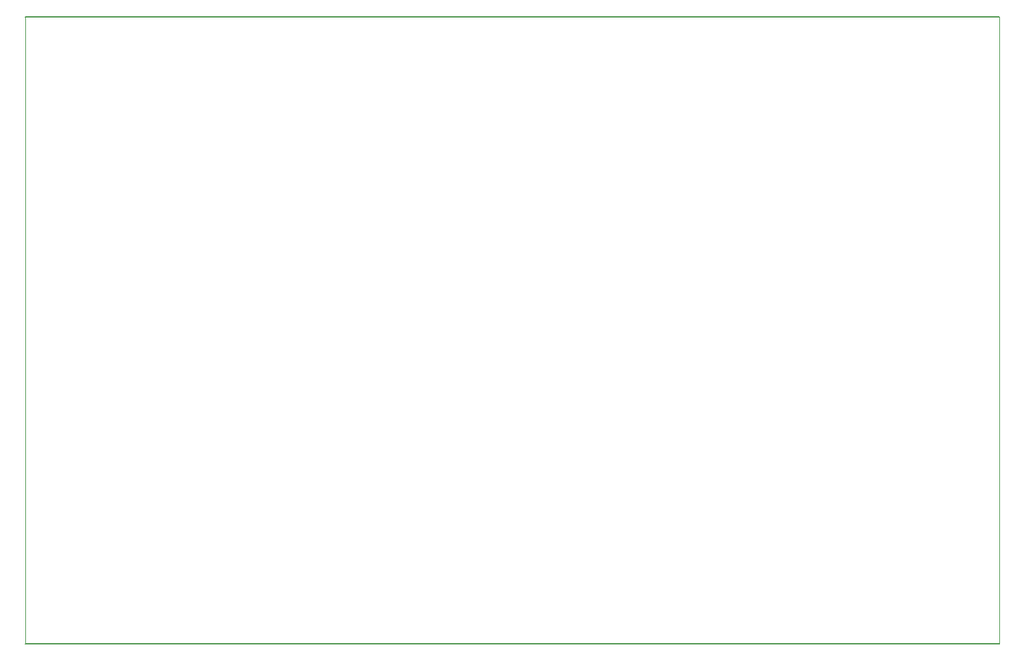
<source format=gbr>
%TF.GenerationSoftware,KiCad,Pcbnew,8.0.1*%
%TF.CreationDate,2024-06-17T09:25:24-04:00*%
%TF.ProjectId,lbporch,6c62706f-7263-4682-9e6b-696361645f70,rev?*%
%TF.SameCoordinates,Original*%
%TF.FileFunction,Profile,NP*%
%FSLAX46Y46*%
G04 Gerber Fmt 4.6, Leading zero omitted, Abs format (unit mm)*
G04 Created by KiCad (PCBNEW 8.0.1) date 2024-06-17 09:25:24*
%MOMM*%
%LPD*%
G01*
G04 APERTURE LIST*
%TA.AperFunction,Profile*%
%ADD10C,0.200000*%
%TD*%
%TA.AperFunction,Profile*%
%ADD11C,0.050000*%
%TD*%
G04 APERTURE END LIST*
D10*
X67564000Y-46228000D02*
X194564000Y-46228000D01*
D11*
X194564000Y-46228000D02*
X194564000Y-128016000D01*
D10*
X194564000Y-128016000D02*
X67564000Y-128016000D01*
D11*
X67564000Y-46228000D02*
X67564000Y-128016000D01*
M02*

</source>
